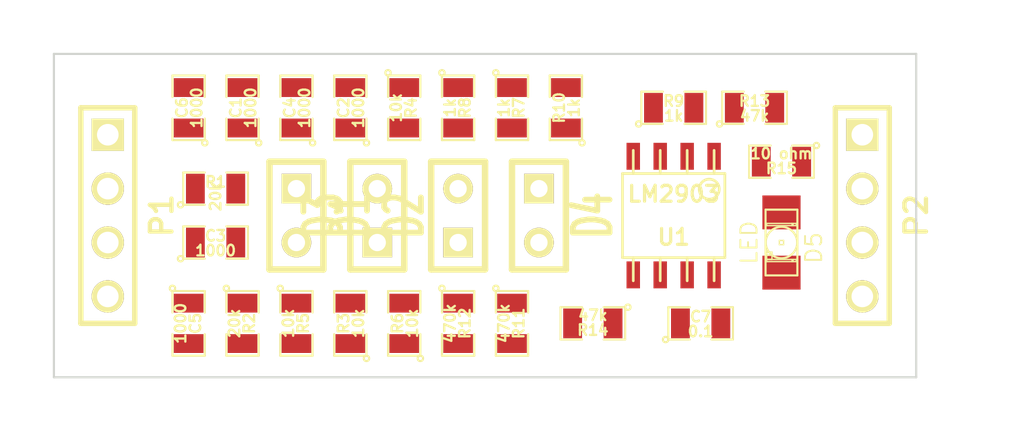
<source format=kicad_pcb>
(kicad_pcb (version 3) (host pcbnew "(2013-07-07 BZR 4022)-stable")

  (general
    (links 57)
    (no_connects 57)
    (area 26.619999 16.459999 82.600001 40.690001)
    (thickness 1.6)
    (drawings 4)
    (tracks 0)
    (zones 0)
    (modules 30)
    (nets 14)
  )

  (page A3)
  (layers
    (15 F.Cu signal)
    (0 B.Cu signal)
    (16 B.Adhes user)
    (17 F.Adhes user)
    (18 B.Paste user)
    (19 F.Paste user)
    (20 B.SilkS user)
    (21 F.SilkS user)
    (22 B.Mask user)
    (23 F.Mask user)
    (24 Dwgs.User user)
    (25 Cmts.User user)
    (26 Eco1.User user)
    (27 Eco2.User user)
    (28 Edge.Cuts user)
  )

  (setup
    (last_trace_width 0.254)
    (trace_clearance 0.254)
    (zone_clearance 0.508)
    (zone_45_only no)
    (trace_min 0.254)
    (segment_width 0.2)
    (edge_width 0.1)
    (via_size 0.889)
    (via_drill 0.635)
    (via_min_size 0.889)
    (via_min_drill 0.508)
    (uvia_size 0.508)
    (uvia_drill 0.127)
    (uvias_allowed no)
    (uvia_min_size 0.508)
    (uvia_min_drill 0.127)
    (pcb_text_width 0.3)
    (pcb_text_size 1.5 1.5)
    (mod_edge_width 0.15)
    (mod_text_size 1 1)
    (mod_text_width 0.15)
    (pad_size 1.5 1.5)
    (pad_drill 0.6)
    (pad_to_mask_clearance 0)
    (aux_axis_origin 0 0)
    (visible_elements 7FFFFFFF)
    (pcbplotparams
      (layerselection 3178497)
      (usegerberextensions true)
      (excludeedgelayer true)
      (linewidth 0.150000)
      (plotframeref false)
      (viasonmask false)
      (mode 1)
      (useauxorigin false)
      (hpglpennumber 1)
      (hpglpenspeed 20)
      (hpglpendiameter 15)
      (hpglpenoverlay 2)
      (psnegative false)
      (psa4output false)
      (plotreference true)
      (plotvalue true)
      (plotothertext true)
      (plotinvisibletext false)
      (padsonsilk false)
      (subtractmaskfromsilk false)
      (outputformat 1)
      (mirror false)
      (drillshape 1)
      (scaleselection 1)
      (outputdirectory ""))
  )

  (net 0 "")
  (net 1 +5V)
  (net 2 GND)
  (net 3 N-000001)
  (net 4 N-0000010)
  (net 5 N-0000011)
  (net 6 N-0000012)
  (net 7 N-0000014)
  (net 8 N-000004)
  (net 9 N-000005)
  (net 10 N-000006)
  (net 11 N-000007)
  (net 12 N-000008)
  (net 13 N-000009)

  (net_class Default "Это класс цепей по умолчанию."
    (clearance 0.254)
    (trace_width 0.254)
    (via_dia 0.889)
    (via_drill 0.635)
    (uvia_dia 0.508)
    (uvia_drill 0.127)
    (add_net "")
    (add_net +5V)
    (add_net GND)
    (add_net N-000001)
    (add_net N-0000010)
    (add_net N-0000011)
    (add_net N-0000012)
    (add_net N-0000014)
    (add_net N-000004)
    (add_net N-000005)
    (add_net N-000006)
    (add_net N-000007)
    (add_net N-000008)
    (add_net N-000009)
  )

  (module so-8 (layer F.Cu) (tedit 48A6C16E) (tstamp 538B29A3)
    (at 57.15 27.94 180)
    (descr SO-8)
    (path /536C6026)
    (attr smd)
    (fp_text reference U1 (at 0 -1.016 180) (layer F.SilkS)
      (effects (font (size 0.7493 0.7493) (thickness 0.14986)))
    )
    (fp_text value LM2903 (at 0 1.016 180) (layer F.SilkS)
      (effects (font (size 0.7493 0.7493) (thickness 0.14986)))
    )
    (fp_line (start -2.413 -1.9812) (end -2.413 1.9812) (layer F.SilkS) (width 0.127))
    (fp_line (start -2.413 1.9812) (end 2.413 1.9812) (layer F.SilkS) (width 0.127))
    (fp_line (start 2.413 1.9812) (end 2.413 -1.9812) (layer F.SilkS) (width 0.127))
    (fp_line (start 2.413 -1.9812) (end -2.413 -1.9812) (layer F.SilkS) (width 0.127))
    (fp_line (start -1.905 -1.9812) (end -1.905 -3.0734) (layer F.SilkS) (width 0.127))
    (fp_line (start -0.635 -1.9812) (end -0.635 -3.0734) (layer F.SilkS) (width 0.127))
    (fp_line (start 0.635 -1.9812) (end 0.635 -3.0734) (layer F.SilkS) (width 0.127))
    (fp_line (start 1.905 -3.0734) (end 1.905 -1.9812) (layer F.SilkS) (width 0.127))
    (fp_line (start 1.905 1.9812) (end 1.905 3.0734) (layer F.SilkS) (width 0.127))
    (fp_line (start 0.635 3.0734) (end 0.635 1.9812) (layer F.SilkS) (width 0.127))
    (fp_line (start -0.635 3.0734) (end -0.635 1.9812) (layer F.SilkS) (width 0.127))
    (fp_line (start -1.905 3.0734) (end -1.905 1.9812) (layer F.SilkS) (width 0.127))
    (fp_circle (center -1.6764 1.2446) (end -1.9558 1.6256) (layer F.SilkS) (width 0.127))
    (pad 1 smd rect (at -1.905 2.794 180) (size 0.635 1.27)
      (layers F.Cu F.Paste F.Mask)
      (net 5 N-0000011)
    )
    (pad 2 smd rect (at -0.635 2.794 180) (size 0.635 1.27)
      (layers F.Cu F.Paste F.Mask)
      (net 4 N-0000010)
    )
    (pad 3 smd rect (at 0.635 2.794 180) (size 0.635 1.27)
      (layers F.Cu F.Paste F.Mask)
      (net 13 N-000009)
    )
    (pad 4 smd rect (at 1.905 2.794 180) (size 0.635 1.27)
      (layers F.Cu F.Paste F.Mask)
      (net 2 GND)
    )
    (pad 5 smd rect (at 1.905 -2.794 180) (size 0.635 1.27)
      (layers F.Cu F.Paste F.Mask)
      (net 8 N-000004)
    )
    (pad 6 smd rect (at 0.635 -2.794 180) (size 0.635 1.27)
      (layers F.Cu F.Paste F.Mask)
      (net 10 N-000006)
    )
    (pad 7 smd rect (at -0.635 -2.794 180) (size 0.635 1.27)
      (layers F.Cu F.Paste F.Mask)
      (net 3 N-000001)
    )
    (pad 8 smd rect (at -1.905 -2.794 180) (size 0.635 1.27)
      (layers F.Cu F.Paste F.Mask)
      (net 1 +5V)
    )
    (model smd/smd_dil/so-8.wrl
      (at (xyz 0 0 0))
      (scale (xyz 1 1 1))
      (rotate (xyz 0 0 0))
    )
  )

  (module SM0805 (layer F.Cu) (tedit 5091495C) (tstamp 53778FDE)
    (at 52.07 22.86 90)
    (path /536C75EB)
    (attr smd)
    (fp_text reference R10 (at 0 -0.3175 90) (layer F.SilkS)
      (effects (font (size 0.50038 0.50038) (thickness 0.10922)))
    )
    (fp_text value 1k (at 0 0.381 90) (layer F.SilkS)
      (effects (font (size 0.50038 0.50038) (thickness 0.10922)))
    )
    (fp_circle (center -1.651 0.762) (end -1.651 0.635) (layer F.SilkS) (width 0.09906))
    (fp_line (start -0.508 0.762) (end -1.524 0.762) (layer F.SilkS) (width 0.09906))
    (fp_line (start -1.524 0.762) (end -1.524 -0.762) (layer F.SilkS) (width 0.09906))
    (fp_line (start -1.524 -0.762) (end -0.508 -0.762) (layer F.SilkS) (width 0.09906))
    (fp_line (start 0.508 -0.762) (end 1.524 -0.762) (layer F.SilkS) (width 0.09906))
    (fp_line (start 1.524 -0.762) (end 1.524 0.762) (layer F.SilkS) (width 0.09906))
    (fp_line (start 1.524 0.762) (end 0.508 0.762) (layer F.SilkS) (width 0.09906))
    (pad 1 smd rect (at -0.9525 0 90) (size 0.889 1.397)
      (layers F.Cu F.Paste F.Mask)
      (net 10 N-000006)
    )
    (pad 2 smd rect (at 0.9525 0 90) (size 0.889 1.397)
      (layers F.Cu F.Paste F.Mask)
      (net 1 +5V)
    )
    (model smd/chip_cms.wrl
      (at (xyz 0 0 0))
      (scale (xyz 0.1 0.1 0.1))
      (rotate (xyz 0 0 0))
    )
  )

  (module SM0805 (layer F.Cu) (tedit 5091495C) (tstamp 53778FEB)
    (at 41.91 22.86 90)
    (path /536C7681)
    (attr smd)
    (fp_text reference C2 (at 0 -0.3175 90) (layer F.SilkS)
      (effects (font (size 0.50038 0.50038) (thickness 0.10922)))
    )
    (fp_text value 1000 (at 0 0.381 90) (layer F.SilkS)
      (effects (font (size 0.50038 0.50038) (thickness 0.10922)))
    )
    (fp_circle (center -1.651 0.762) (end -1.651 0.635) (layer F.SilkS) (width 0.09906))
    (fp_line (start -0.508 0.762) (end -1.524 0.762) (layer F.SilkS) (width 0.09906))
    (fp_line (start -1.524 0.762) (end -1.524 -0.762) (layer F.SilkS) (width 0.09906))
    (fp_line (start -1.524 -0.762) (end -0.508 -0.762) (layer F.SilkS) (width 0.09906))
    (fp_line (start 0.508 -0.762) (end 1.524 -0.762) (layer F.SilkS) (width 0.09906))
    (fp_line (start 1.524 -0.762) (end 1.524 0.762) (layer F.SilkS) (width 0.09906))
    (fp_line (start 1.524 0.762) (end 0.508 0.762) (layer F.SilkS) (width 0.09906))
    (pad 1 smd rect (at -0.9525 0 90) (size 0.889 1.397)
      (layers F.Cu F.Paste F.Mask)
      (net 12 N-000008)
    )
    (pad 2 smd rect (at 0.9525 0 90) (size 0.889 1.397)
      (layers F.Cu F.Paste F.Mask)
      (net 2 GND)
    )
    (model smd/chip_cms.wrl
      (at (xyz 0 0 0))
      (scale (xyz 0.1 0.1 0.1))
      (rotate (xyz 0 0 0))
    )
  )

  (module SM0805 (layer F.Cu) (tedit 5091495C) (tstamp 53778FF8)
    (at 34.29 22.86 90)
    (path /536C7672)
    (attr smd)
    (fp_text reference C6 (at 0 -0.3175 90) (layer F.SilkS)
      (effects (font (size 0.50038 0.50038) (thickness 0.10922)))
    )
    (fp_text value 1000 (at 0 0.381 90) (layer F.SilkS)
      (effects (font (size 0.50038 0.50038) (thickness 0.10922)))
    )
    (fp_circle (center -1.651 0.762) (end -1.651 0.635) (layer F.SilkS) (width 0.09906))
    (fp_line (start -0.508 0.762) (end -1.524 0.762) (layer F.SilkS) (width 0.09906))
    (fp_line (start -1.524 0.762) (end -1.524 -0.762) (layer F.SilkS) (width 0.09906))
    (fp_line (start -1.524 -0.762) (end -0.508 -0.762) (layer F.SilkS) (width 0.09906))
    (fp_line (start 0.508 -0.762) (end 1.524 -0.762) (layer F.SilkS) (width 0.09906))
    (fp_line (start 1.524 -0.762) (end 1.524 0.762) (layer F.SilkS) (width 0.09906))
    (fp_line (start 1.524 0.762) (end 0.508 0.762) (layer F.SilkS) (width 0.09906))
    (pad 1 smd rect (at -0.9525 0 90) (size 0.889 1.397)
      (layers F.Cu F.Paste F.Mask)
      (net 11 N-000007)
    )
    (pad 2 smd rect (at 0.9525 0 90) (size 0.889 1.397)
      (layers F.Cu F.Paste F.Mask)
      (net 2 GND)
    )
    (model smd/chip_cms.wrl
      (at (xyz 0 0 0))
      (scale (xyz 0.1 0.1 0.1))
      (rotate (xyz 0 0 0))
    )
  )

  (module SM0805 (layer F.Cu) (tedit 5091495C) (tstamp 53779005)
    (at 34.29 33.02 270)
    (path /536C7663)
    (attr smd)
    (fp_text reference C5 (at 0 -0.3175 270) (layer F.SilkS)
      (effects (font (size 0.50038 0.50038) (thickness 0.10922)))
    )
    (fp_text value 1000 (at 0 0.381 270) (layer F.SilkS)
      (effects (font (size 0.50038 0.50038) (thickness 0.10922)))
    )
    (fp_circle (center -1.651 0.762) (end -1.651 0.635) (layer F.SilkS) (width 0.09906))
    (fp_line (start -0.508 0.762) (end -1.524 0.762) (layer F.SilkS) (width 0.09906))
    (fp_line (start -1.524 0.762) (end -1.524 -0.762) (layer F.SilkS) (width 0.09906))
    (fp_line (start -1.524 -0.762) (end -0.508 -0.762) (layer F.SilkS) (width 0.09906))
    (fp_line (start 0.508 -0.762) (end 1.524 -0.762) (layer F.SilkS) (width 0.09906))
    (fp_line (start 1.524 -0.762) (end 1.524 0.762) (layer F.SilkS) (width 0.09906))
    (fp_line (start 1.524 0.762) (end 0.508 0.762) (layer F.SilkS) (width 0.09906))
    (pad 1 smd rect (at -0.9525 0 270) (size 0.889 1.397)
      (layers F.Cu F.Paste F.Mask)
      (net 12 N-000008)
    )
    (pad 2 smd rect (at 0.9525 0 270) (size 0.889 1.397)
      (layers F.Cu F.Paste F.Mask)
      (net 11 N-000007)
    )
    (model smd/chip_cms.wrl
      (at (xyz 0 0 0))
      (scale (xyz 0.1 0.1 0.1))
      (rotate (xyz 0 0 0))
    )
  )

  (module SM0805 (layer F.Cu) (tedit 5091495C) (tstamp 53779012)
    (at 44.45 33.02 90)
    (path /536C7645)
    (attr smd)
    (fp_text reference R6 (at 0 -0.3175 90) (layer F.SilkS)
      (effects (font (size 0.50038 0.50038) (thickness 0.10922)))
    )
    (fp_text value 10k (at 0 0.381 90) (layer F.SilkS)
      (effects (font (size 0.50038 0.50038) (thickness 0.10922)))
    )
    (fp_circle (center -1.651 0.762) (end -1.651 0.635) (layer F.SilkS) (width 0.09906))
    (fp_line (start -0.508 0.762) (end -1.524 0.762) (layer F.SilkS) (width 0.09906))
    (fp_line (start -1.524 0.762) (end -1.524 -0.762) (layer F.SilkS) (width 0.09906))
    (fp_line (start -1.524 -0.762) (end -0.508 -0.762) (layer F.SilkS) (width 0.09906))
    (fp_line (start 0.508 -0.762) (end 1.524 -0.762) (layer F.SilkS) (width 0.09906))
    (fp_line (start 1.524 -0.762) (end 1.524 0.762) (layer F.SilkS) (width 0.09906))
    (fp_line (start 1.524 0.762) (end 0.508 0.762) (layer F.SilkS) (width 0.09906))
    (pad 1 smd rect (at -0.9525 0 90) (size 0.889 1.397)
      (layers F.Cu F.Paste F.Mask)
      (net 11 N-000007)
    )
    (pad 2 smd rect (at 0.9525 0 90) (size 0.889 1.397)
      (layers F.Cu F.Paste F.Mask)
      (net 10 N-000006)
    )
    (model smd/chip_cms.wrl
      (at (xyz 0 0 0))
      (scale (xyz 0.1 0.1 0.1))
      (rotate (xyz 0 0 0))
    )
  )

  (module SM0805 (layer F.Cu) (tedit 5091495C) (tstamp 5377901F)
    (at 39.37 33.02 270)
    (path /536C7636)
    (attr smd)
    (fp_text reference R5 (at 0 -0.3175 270) (layer F.SilkS)
      (effects (font (size 0.50038 0.50038) (thickness 0.10922)))
    )
    (fp_text value 10k (at 0 0.381 270) (layer F.SilkS)
      (effects (font (size 0.50038 0.50038) (thickness 0.10922)))
    )
    (fp_circle (center -1.651 0.762) (end -1.651 0.635) (layer F.SilkS) (width 0.09906))
    (fp_line (start -0.508 0.762) (end -1.524 0.762) (layer F.SilkS) (width 0.09906))
    (fp_line (start -1.524 0.762) (end -1.524 -0.762) (layer F.SilkS) (width 0.09906))
    (fp_line (start -1.524 -0.762) (end -0.508 -0.762) (layer F.SilkS) (width 0.09906))
    (fp_line (start 0.508 -0.762) (end 1.524 -0.762) (layer F.SilkS) (width 0.09906))
    (fp_line (start 1.524 -0.762) (end 1.524 0.762) (layer F.SilkS) (width 0.09906))
    (fp_line (start 1.524 0.762) (end 0.508 0.762) (layer F.SilkS) (width 0.09906))
    (pad 1 smd rect (at -0.9525 0 270) (size 0.889 1.397)
      (layers F.Cu F.Paste F.Mask)
      (net 12 N-000008)
    )
    (pad 2 smd rect (at 0.9525 0 270) (size 0.889 1.397)
      (layers F.Cu F.Paste F.Mask)
      (net 8 N-000004)
    )
    (model smd/chip_cms.wrl
      (at (xyz 0 0 0))
      (scale (xyz 0.1 0.1 0.1))
      (rotate (xyz 0 0 0))
    )
  )

  (module SM0805 (layer F.Cu) (tedit 5091495C) (tstamp 5377902C)
    (at 36.83 33.02 270)
    (path /536C7627)
    (attr smd)
    (fp_text reference R2 (at 0 -0.3175 270) (layer F.SilkS)
      (effects (font (size 0.50038 0.50038) (thickness 0.10922)))
    )
    (fp_text value 20k (at 0 0.381 270) (layer F.SilkS)
      (effects (font (size 0.50038 0.50038) (thickness 0.10922)))
    )
    (fp_circle (center -1.651 0.762) (end -1.651 0.635) (layer F.SilkS) (width 0.09906))
    (fp_line (start -0.508 0.762) (end -1.524 0.762) (layer F.SilkS) (width 0.09906))
    (fp_line (start -1.524 0.762) (end -1.524 -0.762) (layer F.SilkS) (width 0.09906))
    (fp_line (start -1.524 -0.762) (end -0.508 -0.762) (layer F.SilkS) (width 0.09906))
    (fp_line (start 0.508 -0.762) (end 1.524 -0.762) (layer F.SilkS) (width 0.09906))
    (fp_line (start 1.524 -0.762) (end 1.524 0.762) (layer F.SilkS) (width 0.09906))
    (fp_line (start 1.524 0.762) (end 0.508 0.762) (layer F.SilkS) (width 0.09906))
    (pad 1 smd rect (at -0.9525 0 270) (size 0.889 1.397)
      (layers F.Cu F.Paste F.Mask)
      (net 12 N-000008)
    )
    (pad 2 smd rect (at 0.9525 0 270) (size 0.889 1.397)
      (layers F.Cu F.Paste F.Mask)
      (net 11 N-000007)
    )
    (model smd/chip_cms.wrl
      (at (xyz 0 0 0))
      (scale (xyz 0.1 0.1 0.1))
      (rotate (xyz 0 0 0))
    )
  )

  (module SM0805 (layer F.Cu) (tedit 5091495C) (tstamp 53779039)
    (at 46.99 33.02 270)
    (path /536C7618)
    (attr smd)
    (fp_text reference R12 (at 0 -0.3175 270) (layer F.SilkS)
      (effects (font (size 0.50038 0.50038) (thickness 0.10922)))
    )
    (fp_text value 470k (at 0 0.381 270) (layer F.SilkS)
      (effects (font (size 0.50038 0.50038) (thickness 0.10922)))
    )
    (fp_circle (center -1.651 0.762) (end -1.651 0.635) (layer F.SilkS) (width 0.09906))
    (fp_line (start -0.508 0.762) (end -1.524 0.762) (layer F.SilkS) (width 0.09906))
    (fp_line (start -1.524 0.762) (end -1.524 -0.762) (layer F.SilkS) (width 0.09906))
    (fp_line (start -1.524 -0.762) (end -0.508 -0.762) (layer F.SilkS) (width 0.09906))
    (fp_line (start 0.508 -0.762) (end 1.524 -0.762) (layer F.SilkS) (width 0.09906))
    (fp_line (start 1.524 -0.762) (end 1.524 0.762) (layer F.SilkS) (width 0.09906))
    (fp_line (start 1.524 0.762) (end 0.508 0.762) (layer F.SilkS) (width 0.09906))
    (pad 1 smd rect (at -0.9525 0 270) (size 0.889 1.397)
      (layers F.Cu F.Paste F.Mask)
      (net 8 N-000004)
    )
    (pad 2 smd rect (at 0.9525 0 270) (size 0.889 1.397)
      (layers F.Cu F.Paste F.Mask)
      (net 3 N-000001)
    )
    (model smd/chip_cms.wrl
      (at (xyz 0 0 0))
      (scale (xyz 0.1 0.1 0.1))
      (rotate (xyz 0 0 0))
    )
  )

  (module SM0805 (layer F.Cu) (tedit 5091495C) (tstamp 53779046)
    (at 53.34 33.02 180)
    (path /536C7609)
    (attr smd)
    (fp_text reference R14 (at 0 -0.3175 180) (layer F.SilkS)
      (effects (font (size 0.50038 0.50038) (thickness 0.10922)))
    )
    (fp_text value 47k (at 0 0.381 180) (layer F.SilkS)
      (effects (font (size 0.50038 0.50038) (thickness 0.10922)))
    )
    (fp_circle (center -1.651 0.762) (end -1.651 0.635) (layer F.SilkS) (width 0.09906))
    (fp_line (start -0.508 0.762) (end -1.524 0.762) (layer F.SilkS) (width 0.09906))
    (fp_line (start -1.524 0.762) (end -1.524 -0.762) (layer F.SilkS) (width 0.09906))
    (fp_line (start -1.524 -0.762) (end -0.508 -0.762) (layer F.SilkS) (width 0.09906))
    (fp_line (start 0.508 -0.762) (end 1.524 -0.762) (layer F.SilkS) (width 0.09906))
    (fp_line (start 1.524 -0.762) (end 1.524 0.762) (layer F.SilkS) (width 0.09906))
    (fp_line (start 1.524 0.762) (end 0.508 0.762) (layer F.SilkS) (width 0.09906))
    (pad 1 smd rect (at -0.9525 0 180) (size 0.889 1.397)
      (layers F.Cu F.Paste F.Mask)
      (net 1 +5V)
    )
    (pad 2 smd rect (at 0.9525 0 180) (size 0.889 1.397)
      (layers F.Cu F.Paste F.Mask)
      (net 3 N-000001)
    )
    (model smd/chip_cms.wrl
      (at (xyz 0 0 0))
      (scale (xyz 0.1 0.1 0.1))
      (rotate (xyz 0 0 0))
    )
  )

  (module SM0805 (layer F.Cu) (tedit 5091495C) (tstamp 53779053)
    (at 46.99 22.86 270)
    (path /536C75FA)
    (attr smd)
    (fp_text reference R8 (at 0 -0.3175 270) (layer F.SilkS)
      (effects (font (size 0.50038 0.50038) (thickness 0.10922)))
    )
    (fp_text value 1k (at 0 0.381 270) (layer F.SilkS)
      (effects (font (size 0.50038 0.50038) (thickness 0.10922)))
    )
    (fp_circle (center -1.651 0.762) (end -1.651 0.635) (layer F.SilkS) (width 0.09906))
    (fp_line (start -0.508 0.762) (end -1.524 0.762) (layer F.SilkS) (width 0.09906))
    (fp_line (start -1.524 0.762) (end -1.524 -0.762) (layer F.SilkS) (width 0.09906))
    (fp_line (start -1.524 -0.762) (end -0.508 -0.762) (layer F.SilkS) (width 0.09906))
    (fp_line (start 0.508 -0.762) (end 1.524 -0.762) (layer F.SilkS) (width 0.09906))
    (fp_line (start 1.524 -0.762) (end 1.524 0.762) (layer F.SilkS) (width 0.09906))
    (fp_line (start 1.524 0.762) (end 0.508 0.762) (layer F.SilkS) (width 0.09906))
    (pad 1 smd rect (at -0.9525 0 270) (size 0.889 1.397)
      (layers F.Cu F.Paste F.Mask)
      (net 2 GND)
    )
    (pad 2 smd rect (at 0.9525 0 270) (size 0.889 1.397)
      (layers F.Cu F.Paste F.Mask)
      (net 10 N-000006)
    )
    (model smd/chip_cms.wrl
      (at (xyz 0 0 0))
      (scale (xyz 0.1 0.1 0.1))
      (rotate (xyz 0 0 0))
    )
  )

  (module SM0805 (layer F.Cu) (tedit 5091495C) (tstamp 53779060)
    (at 58.42 33.02)
    (path /536C6DA6)
    (attr smd)
    (fp_text reference C7 (at 0 -0.3175) (layer F.SilkS)
      (effects (font (size 0.50038 0.50038) (thickness 0.10922)))
    )
    (fp_text value 0.1 (at 0 0.381) (layer F.SilkS)
      (effects (font (size 0.50038 0.50038) (thickness 0.10922)))
    )
    (fp_circle (center -1.651 0.762) (end -1.651 0.635) (layer F.SilkS) (width 0.09906))
    (fp_line (start -0.508 0.762) (end -1.524 0.762) (layer F.SilkS) (width 0.09906))
    (fp_line (start -1.524 0.762) (end -1.524 -0.762) (layer F.SilkS) (width 0.09906))
    (fp_line (start -1.524 -0.762) (end -0.508 -0.762) (layer F.SilkS) (width 0.09906))
    (fp_line (start 0.508 -0.762) (end 1.524 -0.762) (layer F.SilkS) (width 0.09906))
    (fp_line (start 1.524 -0.762) (end 1.524 0.762) (layer F.SilkS) (width 0.09906))
    (fp_line (start 1.524 0.762) (end 0.508 0.762) (layer F.SilkS) (width 0.09906))
    (pad 1 smd rect (at -0.9525 0) (size 0.889 1.397)
      (layers F.Cu F.Paste F.Mask)
      (net 1 +5V)
    )
    (pad 2 smd rect (at 0.9525 0) (size 0.889 1.397)
      (layers F.Cu F.Paste F.Mask)
      (net 2 GND)
    )
    (model smd/chip_cms.wrl
      (at (xyz 0 0 0))
      (scale (xyz 0.1 0.1 0.1))
      (rotate (xyz 0 0 0))
    )
  )

  (module SM0805 (layer F.Cu) (tedit 5091495C) (tstamp 5377906D)
    (at 36.83 22.86 90)
    (path /536C6D97)
    (attr smd)
    (fp_text reference C1 (at 0 -0.3175 90) (layer F.SilkS)
      (effects (font (size 0.50038 0.50038) (thickness 0.10922)))
    )
    (fp_text value 1000 (at 0 0.381 90) (layer F.SilkS)
      (effects (font (size 0.50038 0.50038) (thickness 0.10922)))
    )
    (fp_circle (center -1.651 0.762) (end -1.651 0.635) (layer F.SilkS) (width 0.09906))
    (fp_line (start -0.508 0.762) (end -1.524 0.762) (layer F.SilkS) (width 0.09906))
    (fp_line (start -1.524 0.762) (end -1.524 -0.762) (layer F.SilkS) (width 0.09906))
    (fp_line (start -1.524 -0.762) (end -0.508 -0.762) (layer F.SilkS) (width 0.09906))
    (fp_line (start 0.508 -0.762) (end 1.524 -0.762) (layer F.SilkS) (width 0.09906))
    (fp_line (start 1.524 -0.762) (end 1.524 0.762) (layer F.SilkS) (width 0.09906))
    (fp_line (start 1.524 0.762) (end 0.508 0.762) (layer F.SilkS) (width 0.09906))
    (pad 1 smd rect (at -0.9525 0 90) (size 0.889 1.397)
      (layers F.Cu F.Paste F.Mask)
      (net 6 N-0000012)
    )
    (pad 2 smd rect (at 0.9525 0 90) (size 0.889 1.397)
      (layers F.Cu F.Paste F.Mask)
      (net 2 GND)
    )
    (model smd/chip_cms.wrl
      (at (xyz 0 0 0))
      (scale (xyz 0.1 0.1 0.1))
      (rotate (xyz 0 0 0))
    )
  )

  (module SM0805 (layer F.Cu) (tedit 5091495C) (tstamp 5377907A)
    (at 39.37 22.86 90)
    (path /536C6D88)
    (attr smd)
    (fp_text reference C4 (at 0 -0.3175 90) (layer F.SilkS)
      (effects (font (size 0.50038 0.50038) (thickness 0.10922)))
    )
    (fp_text value 1000 (at 0 0.381 90) (layer F.SilkS)
      (effects (font (size 0.50038 0.50038) (thickness 0.10922)))
    )
    (fp_circle (center -1.651 0.762) (end -1.651 0.635) (layer F.SilkS) (width 0.09906))
    (fp_line (start -0.508 0.762) (end -1.524 0.762) (layer F.SilkS) (width 0.09906))
    (fp_line (start -1.524 0.762) (end -1.524 -0.762) (layer F.SilkS) (width 0.09906))
    (fp_line (start -1.524 -0.762) (end -0.508 -0.762) (layer F.SilkS) (width 0.09906))
    (fp_line (start 0.508 -0.762) (end 1.524 -0.762) (layer F.SilkS) (width 0.09906))
    (fp_line (start 1.524 -0.762) (end 1.524 0.762) (layer F.SilkS) (width 0.09906))
    (fp_line (start 1.524 0.762) (end 0.508 0.762) (layer F.SilkS) (width 0.09906))
    (pad 1 smd rect (at -0.9525 0 90) (size 0.889 1.397)
      (layers F.Cu F.Paste F.Mask)
      (net 7 N-0000014)
    )
    (pad 2 smd rect (at 0.9525 0 90) (size 0.889 1.397)
      (layers F.Cu F.Paste F.Mask)
      (net 2 GND)
    )
    (model smd/chip_cms.wrl
      (at (xyz 0 0 0))
      (scale (xyz 0.1 0.1 0.1))
      (rotate (xyz 0 0 0))
    )
  )

  (module SM0805 (layer F.Cu) (tedit 5091495C) (tstamp 53779087)
    (at 35.56 29.21)
    (path /536C6D79)
    (attr smd)
    (fp_text reference C3 (at 0 -0.3175) (layer F.SilkS)
      (effects (font (size 0.50038 0.50038) (thickness 0.10922)))
    )
    (fp_text value 1000 (at 0 0.381) (layer F.SilkS)
      (effects (font (size 0.50038 0.50038) (thickness 0.10922)))
    )
    (fp_circle (center -1.651 0.762) (end -1.651 0.635) (layer F.SilkS) (width 0.09906))
    (fp_line (start -0.508 0.762) (end -1.524 0.762) (layer F.SilkS) (width 0.09906))
    (fp_line (start -1.524 0.762) (end -1.524 -0.762) (layer F.SilkS) (width 0.09906))
    (fp_line (start -1.524 -0.762) (end -0.508 -0.762) (layer F.SilkS) (width 0.09906))
    (fp_line (start 0.508 -0.762) (end 1.524 -0.762) (layer F.SilkS) (width 0.09906))
    (fp_line (start 1.524 -0.762) (end 1.524 0.762) (layer F.SilkS) (width 0.09906))
    (fp_line (start 1.524 0.762) (end 0.508 0.762) (layer F.SilkS) (width 0.09906))
    (pad 1 smd rect (at -0.9525 0) (size 0.889 1.397)
      (layers F.Cu F.Paste F.Mask)
      (net 6 N-0000012)
    )
    (pad 2 smd rect (at 0.9525 0) (size 0.889 1.397)
      (layers F.Cu F.Paste F.Mask)
      (net 7 N-0000014)
    )
    (model smd/chip_cms.wrl
      (at (xyz 0 0 0))
      (scale (xyz 0.1 0.1 0.1))
      (rotate (xyz 0 0 0))
    )
  )

  (module SM0805 (layer F.Cu) (tedit 5091495C) (tstamp 53779094)
    (at 41.91 33.02 90)
    (path /536C698E)
    (attr smd)
    (fp_text reference R3 (at 0 -0.3175 90) (layer F.SilkS)
      (effects (font (size 0.50038 0.50038) (thickness 0.10922)))
    )
    (fp_text value 10k (at 0 0.381 90) (layer F.SilkS)
      (effects (font (size 0.50038 0.50038) (thickness 0.10922)))
    )
    (fp_circle (center -1.651 0.762) (end -1.651 0.635) (layer F.SilkS) (width 0.09906))
    (fp_line (start -0.508 0.762) (end -1.524 0.762) (layer F.SilkS) (width 0.09906))
    (fp_line (start -1.524 0.762) (end -1.524 -0.762) (layer F.SilkS) (width 0.09906))
    (fp_line (start -1.524 -0.762) (end -0.508 -0.762) (layer F.SilkS) (width 0.09906))
    (fp_line (start 0.508 -0.762) (end 1.524 -0.762) (layer F.SilkS) (width 0.09906))
    (fp_line (start 1.524 -0.762) (end 1.524 0.762) (layer F.SilkS) (width 0.09906))
    (fp_line (start 1.524 0.762) (end 0.508 0.762) (layer F.SilkS) (width 0.09906))
    (pad 1 smd rect (at -0.9525 0 90) (size 0.889 1.397)
      (layers F.Cu F.Paste F.Mask)
      (net 6 N-0000012)
    )
    (pad 2 smd rect (at 0.9525 0 90) (size 0.889 1.397)
      (layers F.Cu F.Paste F.Mask)
      (net 13 N-000009)
    )
    (model smd/chip_cms.wrl
      (at (xyz 0 0 0))
      (scale (xyz 0.1 0.1 0.1))
      (rotate (xyz 0 0 0))
    )
  )

  (module SM0805 (layer F.Cu) (tedit 5091495C) (tstamp 537790A1)
    (at 44.45 22.86 270)
    (path /536C6973)
    (attr smd)
    (fp_text reference R4 (at 0 -0.3175 270) (layer F.SilkS)
      (effects (font (size 0.50038 0.50038) (thickness 0.10922)))
    )
    (fp_text value 10k (at 0 0.381 270) (layer F.SilkS)
      (effects (font (size 0.50038 0.50038) (thickness 0.10922)))
    )
    (fp_circle (center -1.651 0.762) (end -1.651 0.635) (layer F.SilkS) (width 0.09906))
    (fp_line (start -0.508 0.762) (end -1.524 0.762) (layer F.SilkS) (width 0.09906))
    (fp_line (start -1.524 0.762) (end -1.524 -0.762) (layer F.SilkS) (width 0.09906))
    (fp_line (start -1.524 -0.762) (end -0.508 -0.762) (layer F.SilkS) (width 0.09906))
    (fp_line (start 0.508 -0.762) (end 1.524 -0.762) (layer F.SilkS) (width 0.09906))
    (fp_line (start 1.524 -0.762) (end 1.524 0.762) (layer F.SilkS) (width 0.09906))
    (fp_line (start 1.524 0.762) (end 0.508 0.762) (layer F.SilkS) (width 0.09906))
    (pad 1 smd rect (at -0.9525 0 270) (size 0.889 1.397)
      (layers F.Cu F.Paste F.Mask)
      (net 7 N-0000014)
    )
    (pad 2 smd rect (at 0.9525 0 270) (size 0.889 1.397)
      (layers F.Cu F.Paste F.Mask)
      (net 4 N-0000010)
    )
    (model smd/chip_cms.wrl
      (at (xyz 0 0 0))
      (scale (xyz 0.1 0.1 0.1))
      (rotate (xyz 0 0 0))
    )
  )

  (module SM0805 (layer F.Cu) (tedit 5091495C) (tstamp 537790AE)
    (at 57.15 22.86)
    (path /536C683C)
    (attr smd)
    (fp_text reference R9 (at 0 -0.3175) (layer F.SilkS)
      (effects (font (size 0.50038 0.50038) (thickness 0.10922)))
    )
    (fp_text value 1k (at 0 0.381) (layer F.SilkS)
      (effects (font (size 0.50038 0.50038) (thickness 0.10922)))
    )
    (fp_circle (center -1.651 0.762) (end -1.651 0.635) (layer F.SilkS) (width 0.09906))
    (fp_line (start -0.508 0.762) (end -1.524 0.762) (layer F.SilkS) (width 0.09906))
    (fp_line (start -1.524 0.762) (end -1.524 -0.762) (layer F.SilkS) (width 0.09906))
    (fp_line (start -1.524 -0.762) (end -0.508 -0.762) (layer F.SilkS) (width 0.09906))
    (fp_line (start 0.508 -0.762) (end 1.524 -0.762) (layer F.SilkS) (width 0.09906))
    (fp_line (start 1.524 -0.762) (end 1.524 0.762) (layer F.SilkS) (width 0.09906))
    (fp_line (start 1.524 0.762) (end 0.508 0.762) (layer F.SilkS) (width 0.09906))
    (pad 1 smd rect (at -0.9525 0) (size 0.889 1.397)
      (layers F.Cu F.Paste F.Mask)
      (net 4 N-0000010)
    )
    (pad 2 smd rect (at 0.9525 0) (size 0.889 1.397)
      (layers F.Cu F.Paste F.Mask)
      (net 1 +5V)
    )
    (model smd/chip_cms.wrl
      (at (xyz 0 0 0))
      (scale (xyz 0.1 0.1 0.1))
      (rotate (xyz 0 0 0))
    )
  )

  (module SM0805 (layer F.Cu) (tedit 5091495C) (tstamp 537790BB)
    (at 49.53 22.86 270)
    (path /536C682D)
    (attr smd)
    (fp_text reference R7 (at 0 -0.3175 270) (layer F.SilkS)
      (effects (font (size 0.50038 0.50038) (thickness 0.10922)))
    )
    (fp_text value 1k (at 0 0.381 270) (layer F.SilkS)
      (effects (font (size 0.50038 0.50038) (thickness 0.10922)))
    )
    (fp_circle (center -1.651 0.762) (end -1.651 0.635) (layer F.SilkS) (width 0.09906))
    (fp_line (start -0.508 0.762) (end -1.524 0.762) (layer F.SilkS) (width 0.09906))
    (fp_line (start -1.524 0.762) (end -1.524 -0.762) (layer F.SilkS) (width 0.09906))
    (fp_line (start -1.524 -0.762) (end -0.508 -0.762) (layer F.SilkS) (width 0.09906))
    (fp_line (start 0.508 -0.762) (end 1.524 -0.762) (layer F.SilkS) (width 0.09906))
    (fp_line (start 1.524 -0.762) (end 1.524 0.762) (layer F.SilkS) (width 0.09906))
    (fp_line (start 1.524 0.762) (end 0.508 0.762) (layer F.SilkS) (width 0.09906))
    (pad 1 smd rect (at -0.9525 0 270) (size 0.889 1.397)
      (layers F.Cu F.Paste F.Mask)
      (net 2 GND)
    )
    (pad 2 smd rect (at 0.9525 0 270) (size 0.889 1.397)
      (layers F.Cu F.Paste F.Mask)
      (net 4 N-0000010)
    )
    (model smd/chip_cms.wrl
      (at (xyz 0 0 0))
      (scale (xyz 0.1 0.1 0.1))
      (rotate (xyz 0 0 0))
    )
  )

  (module SM0805 (layer F.Cu) (tedit 53779990) (tstamp 537790C8)
    (at 35.56 26.67)
    (path /536C681E)
    (attr smd)
    (fp_text reference R1 (at 0 -0.3175) (layer F.SilkS)
      (effects (font (size 0.50038 0.50038) (thickness 0.10922)))
    )
    (fp_text value 20k (at 0 0.381 90) (layer F.SilkS)
      (effects (font (size 0.50038 0.50038) (thickness 0.10922)))
    )
    (fp_circle (center -1.651 0.762) (end -1.651 0.635) (layer F.SilkS) (width 0.09906))
    (fp_line (start -0.508 0.762) (end -1.524 0.762) (layer F.SilkS) (width 0.09906))
    (fp_line (start -1.524 0.762) (end -1.524 -0.762) (layer F.SilkS) (width 0.09906))
    (fp_line (start -1.524 -0.762) (end -0.508 -0.762) (layer F.SilkS) (width 0.09906))
    (fp_line (start 0.508 -0.762) (end 1.524 -0.762) (layer F.SilkS) (width 0.09906))
    (fp_line (start 1.524 -0.762) (end 1.524 0.762) (layer F.SilkS) (width 0.09906))
    (fp_line (start 1.524 0.762) (end 0.508 0.762) (layer F.SilkS) (width 0.09906))
    (pad 1 smd rect (at -0.9525 0) (size 0.889 1.397)
      (layers F.Cu F.Paste F.Mask)
      (net 6 N-0000012)
    )
    (pad 2 smd rect (at 0.9525 0) (size 0.889 1.397)
      (layers F.Cu F.Paste F.Mask)
      (net 7 N-0000014)
    )
    (model smd/chip_cms.wrl
      (at (xyz 0 0 0))
      (scale (xyz 0.1 0.1 0.1))
      (rotate (xyz 0 0 0))
    )
  )

  (module SM0805 (layer F.Cu) (tedit 5091495C) (tstamp 537790D5)
    (at 49.53 33.02 270)
    (path /536C680F)
    (attr smd)
    (fp_text reference R11 (at 0 -0.3175 270) (layer F.SilkS)
      (effects (font (size 0.50038 0.50038) (thickness 0.10922)))
    )
    (fp_text value 470k (at 0 0.381 270) (layer F.SilkS)
      (effects (font (size 0.50038 0.50038) (thickness 0.10922)))
    )
    (fp_circle (center -1.651 0.762) (end -1.651 0.635) (layer F.SilkS) (width 0.09906))
    (fp_line (start -0.508 0.762) (end -1.524 0.762) (layer F.SilkS) (width 0.09906))
    (fp_line (start -1.524 0.762) (end -1.524 -0.762) (layer F.SilkS) (width 0.09906))
    (fp_line (start -1.524 -0.762) (end -0.508 -0.762) (layer F.SilkS) (width 0.09906))
    (fp_line (start 0.508 -0.762) (end 1.524 -0.762) (layer F.SilkS) (width 0.09906))
    (fp_line (start 1.524 -0.762) (end 1.524 0.762) (layer F.SilkS) (width 0.09906))
    (fp_line (start 1.524 0.762) (end 0.508 0.762) (layer F.SilkS) (width 0.09906))
    (pad 1 smd rect (at -0.9525 0 270) (size 0.889 1.397)
      (layers F.Cu F.Paste F.Mask)
      (net 13 N-000009)
    )
    (pad 2 smd rect (at 0.9525 0 270) (size 0.889 1.397)
      (layers F.Cu F.Paste F.Mask)
      (net 5 N-0000011)
    )
    (model smd/chip_cms.wrl
      (at (xyz 0 0 0))
      (scale (xyz 0.1 0.1 0.1))
      (rotate (xyz 0 0 0))
    )
  )

  (module SM0805 (layer F.Cu) (tedit 5091495C) (tstamp 537790E2)
    (at 60.96 22.86)
    (path /536C67FB)
    (attr smd)
    (fp_text reference R13 (at 0 -0.3175) (layer F.SilkS)
      (effects (font (size 0.50038 0.50038) (thickness 0.10922)))
    )
    (fp_text value 47k (at 0 0.381) (layer F.SilkS)
      (effects (font (size 0.50038 0.50038) (thickness 0.10922)))
    )
    (fp_circle (center -1.651 0.762) (end -1.651 0.635) (layer F.SilkS) (width 0.09906))
    (fp_line (start -0.508 0.762) (end -1.524 0.762) (layer F.SilkS) (width 0.09906))
    (fp_line (start -1.524 0.762) (end -1.524 -0.762) (layer F.SilkS) (width 0.09906))
    (fp_line (start -1.524 -0.762) (end -0.508 -0.762) (layer F.SilkS) (width 0.09906))
    (fp_line (start 0.508 -0.762) (end 1.524 -0.762) (layer F.SilkS) (width 0.09906))
    (fp_line (start 1.524 -0.762) (end 1.524 0.762) (layer F.SilkS) (width 0.09906))
    (fp_line (start 1.524 0.762) (end 0.508 0.762) (layer F.SilkS) (width 0.09906))
    (pad 1 smd rect (at -0.9525 0) (size 0.889 1.397)
      (layers F.Cu F.Paste F.Mask)
      (net 1 +5V)
    )
    (pad 2 smd rect (at 0.9525 0) (size 0.889 1.397)
      (layers F.Cu F.Paste F.Mask)
      (net 5 N-0000011)
    )
    (model smd/chip_cms.wrl
      (at (xyz 0 0 0))
      (scale (xyz 0.1 0.1 0.1))
      (rotate (xyz 0 0 0))
    )
  )

  (module SIL-2 (layer F.Cu) (tedit 200000) (tstamp 537790EC)
    (at 43.18 27.94 90)
    (descr "Connecteurs 2 pins")
    (tags "CONN DEV")
    (path /536C6A03)
    (fp_text reference D3 (at 0 -2.54 90) (layer F.SilkS)
      (effects (font (size 1.72974 1.08712) (thickness 0.3048)))
    )
    (fp_text value " " (at 0 -2.54 90) (layer F.SilkS) hide
      (effects (font (size 1.524 1.016) (thickness 0.3048)))
    )
    (fp_line (start -2.54 1.27) (end -2.54 -1.27) (layer F.SilkS) (width 0.3048))
    (fp_line (start -2.54 -1.27) (end 2.54 -1.27) (layer F.SilkS) (width 0.3048))
    (fp_line (start 2.54 -1.27) (end 2.54 1.27) (layer F.SilkS) (width 0.3048))
    (fp_line (start 2.54 1.27) (end -2.54 1.27) (layer F.SilkS) (width 0.3048))
    (pad 1 thru_hole rect (at -1.27 0 90) (size 1.397 1.397) (drill 0.8128)
      (layers *.Cu *.Mask F.SilkS)
      (net 13 N-000009)
    )
    (pad 2 thru_hole circle (at 1.27 0 90) (size 1.397 1.397) (drill 0.8128)
      (layers *.Cu *.Mask F.SilkS)
      (net 4 N-0000010)
    )
  )

  (module SIL-2 (layer F.Cu) (tedit 200000) (tstamp 537790F6)
    (at 39.37 27.94 270)
    (descr "Connecteurs 2 pins")
    (tags "CONN DEV")
    (path /536C69F4)
    (fp_text reference D1 (at 0 -2.54 270) (layer F.SilkS)
      (effects (font (size 1.72974 1.08712) (thickness 0.3048)))
    )
    (fp_text value " " (at 0 -2.54 270) (layer F.SilkS) hide
      (effects (font (size 1.524 1.016) (thickness 0.3048)))
    )
    (fp_line (start -2.54 1.27) (end -2.54 -1.27) (layer F.SilkS) (width 0.3048))
    (fp_line (start -2.54 -1.27) (end 2.54 -1.27) (layer F.SilkS) (width 0.3048))
    (fp_line (start 2.54 -1.27) (end 2.54 1.27) (layer F.SilkS) (width 0.3048))
    (fp_line (start 2.54 1.27) (end -2.54 1.27) (layer F.SilkS) (width 0.3048))
    (pad 1 thru_hole rect (at -1.27 0 270) (size 1.397 1.397) (drill 0.8128)
      (layers *.Cu *.Mask F.SilkS)
      (net 4 N-0000010)
    )
    (pad 2 thru_hole circle (at 1.27 0 270) (size 1.397 1.397) (drill 0.8128)
      (layers *.Cu *.Mask F.SilkS)
      (net 13 N-000009)
    )
  )

  (module SIL-2 (layer F.Cu) (tedit 200000) (tstamp 53779100)
    (at 46.99 27.94 90)
    (descr "Connecteurs 2 pins")
    (tags "CONN DEV")
    (path /536C7690)
    (fp_text reference D2 (at 0 -2.54 90) (layer F.SilkS)
      (effects (font (size 1.72974 1.08712) (thickness 0.3048)))
    )
    (fp_text value " " (at 0 -2.54 90) (layer F.SilkS) hide
      (effects (font (size 1.524 1.016) (thickness 0.3048)))
    )
    (fp_line (start -2.54 1.27) (end -2.54 -1.27) (layer F.SilkS) (width 0.3048))
    (fp_line (start -2.54 -1.27) (end 2.54 -1.27) (layer F.SilkS) (width 0.3048))
    (fp_line (start 2.54 -1.27) (end 2.54 1.27) (layer F.SilkS) (width 0.3048))
    (fp_line (start 2.54 1.27) (end -2.54 1.27) (layer F.SilkS) (width 0.3048))
    (pad 1 thru_hole rect (at -1.27 0 90) (size 1.397 1.397) (drill 0.8128)
      (layers *.Cu *.Mask F.SilkS)
      (net 10 N-000006)
    )
    (pad 2 thru_hole circle (at 1.27 0 90) (size 1.397 1.397) (drill 0.8128)
      (layers *.Cu *.Mask F.SilkS)
      (net 8 N-000004)
    )
  )

  (module SIL-2 (layer F.Cu) (tedit 200000) (tstamp 5377910A)
    (at 50.8 27.94 270)
    (descr "Connecteurs 2 pins")
    (tags "CONN DEV")
    (path /536C769F)
    (fp_text reference D4 (at 0 -2.54 270) (layer F.SilkS)
      (effects (font (size 1.72974 1.08712) (thickness 0.3048)))
    )
    (fp_text value " " (at 0 -2.54 270) (layer F.SilkS) hide
      (effects (font (size 1.524 1.016) (thickness 0.3048)))
    )
    (fp_line (start -2.54 1.27) (end -2.54 -1.27) (layer F.SilkS) (width 0.3048))
    (fp_line (start -2.54 -1.27) (end 2.54 -1.27) (layer F.SilkS) (width 0.3048))
    (fp_line (start 2.54 -1.27) (end 2.54 1.27) (layer F.SilkS) (width 0.3048))
    (fp_line (start 2.54 1.27) (end -2.54 1.27) (layer F.SilkS) (width 0.3048))
    (pad 1 thru_hole rect (at -1.27 0 270) (size 1.397 1.397) (drill 0.8128)
      (layers *.Cu *.Mask F.SilkS)
      (net 8 N-000004)
    )
    (pad 2 thru_hole circle (at 1.27 0 270) (size 1.397 1.397) (drill 0.8128)
      (layers *.Cu *.Mask F.SilkS)
      (net 10 N-000006)
    )
  )

  (module PIN_ARRAY_4x1 (layer F.Cu) (tedit 4C10F42E) (tstamp 53779116)
    (at 30.48 27.94 270)
    (descr "Double rangee de contacts 2 x 5 pins")
    (tags CONN)
    (path /53778EC4)
    (fp_text reference P1 (at 0 -2.54 270) (layer F.SilkS)
      (effects (font (size 1.016 1.016) (thickness 0.2032)))
    )
    (fp_text value CONN_4 (at 0 2.54 270) (layer F.SilkS) hide
      (effects (font (size 1.016 1.016) (thickness 0.2032)))
    )
    (fp_line (start 5.08 1.27) (end -5.08 1.27) (layer F.SilkS) (width 0.254))
    (fp_line (start 5.08 -1.27) (end -5.08 -1.27) (layer F.SilkS) (width 0.254))
    (fp_line (start -5.08 -1.27) (end -5.08 1.27) (layer F.SilkS) (width 0.254))
    (fp_line (start 5.08 1.27) (end 5.08 -1.27) (layer F.SilkS) (width 0.254))
    (pad 1 thru_hole rect (at -3.81 0 270) (size 1.524 1.524) (drill 1.016)
      (layers *.Cu *.Mask F.SilkS)
      (net 6 N-0000012)
    )
    (pad 2 thru_hole circle (at -1.27 0 270) (size 1.524 1.524) (drill 1.016)
      (layers *.Cu *.Mask F.SilkS)
      (net 7 N-0000014)
    )
    (pad 3 thru_hole circle (at 1.27 0 270) (size 1.524 1.524) (drill 1.016)
      (layers *.Cu *.Mask F.SilkS)
      (net 12 N-000008)
    )
    (pad 4 thru_hole circle (at 3.81 0 270) (size 1.524 1.524) (drill 1.016)
      (layers *.Cu *.Mask F.SilkS)
      (net 11 N-000007)
    )
    (model pin_array\pins_array_4x1.wrl
      (at (xyz 0 0 0))
      (scale (xyz 1 1 1))
      (rotate (xyz 0 0 0))
    )
  )

  (module PIN_ARRAY_4x1 (layer F.Cu) (tedit 4C10F42E) (tstamp 53779122)
    (at 66.04 27.94 270)
    (descr "Double rangee de contacts 2 x 5 pins")
    (tags CONN)
    (path /53778FD0)
    (fp_text reference P2 (at 0 -2.54 270) (layer F.SilkS)
      (effects (font (size 1.016 1.016) (thickness 0.2032)))
    )
    (fp_text value CONN_4 (at 0 2.54 270) (layer F.SilkS) hide
      (effects (font (size 1.016 1.016) (thickness 0.2032)))
    )
    (fp_line (start 5.08 1.27) (end -5.08 1.27) (layer F.SilkS) (width 0.254))
    (fp_line (start 5.08 -1.27) (end -5.08 -1.27) (layer F.SilkS) (width 0.254))
    (fp_line (start -5.08 -1.27) (end -5.08 1.27) (layer F.SilkS) (width 0.254))
    (fp_line (start 5.08 1.27) (end 5.08 -1.27) (layer F.SilkS) (width 0.254))
    (pad 1 thru_hole rect (at -3.81 0 270) (size 1.524 1.524) (drill 1.016)
      (layers *.Cu *.Mask F.SilkS)
      (net 5 N-0000011)
    )
    (pad 2 thru_hole circle (at -1.27 0 270) (size 1.524 1.524) (drill 1.016)
      (layers *.Cu *.Mask F.SilkS)
      (net 3 N-000001)
    )
    (pad 3 thru_hole circle (at 1.27 0 270) (size 1.524 1.524) (drill 1.016)
      (layers *.Cu *.Mask F.SilkS)
      (net 2 GND)
    )
    (pad 4 thru_hole circle (at 3.81 0 270) (size 1.524 1.524) (drill 1.016)
      (layers *.Cu *.Mask F.SilkS)
      (net 1 +5V)
    )
    (model pin_array\pins_array_4x1.wrl
      (at (xyz 0 0 0))
      (scale (xyz 1 1 1))
      (rotate (xyz 0 0 0))
    )
  )

  (module SM0805 (layer F.Cu) (tedit 5091495C) (tstamp 538B272F)
    (at 62.23 25.4 180)
    (path /53820457)
    (attr smd)
    (fp_text reference R15 (at 0 -0.3175 180) (layer F.SilkS)
      (effects (font (size 0.50038 0.50038) (thickness 0.10922)))
    )
    (fp_text value "10 ohm" (at 0 0.381 180) (layer F.SilkS)
      (effects (font (size 0.50038 0.50038) (thickness 0.10922)))
    )
    (fp_circle (center -1.651 0.762) (end -1.651 0.635) (layer F.SilkS) (width 0.09906))
    (fp_line (start -0.508 0.762) (end -1.524 0.762) (layer F.SilkS) (width 0.09906))
    (fp_line (start -1.524 0.762) (end -1.524 -0.762) (layer F.SilkS) (width 0.09906))
    (fp_line (start -1.524 -0.762) (end -0.508 -0.762) (layer F.SilkS) (width 0.09906))
    (fp_line (start 0.508 -0.762) (end 1.524 -0.762) (layer F.SilkS) (width 0.09906))
    (fp_line (start 1.524 -0.762) (end 1.524 0.762) (layer F.SilkS) (width 0.09906))
    (fp_line (start 1.524 0.762) (end 0.508 0.762) (layer F.SilkS) (width 0.09906))
    (pad 1 smd rect (at -0.9525 0 180) (size 0.889 1.397)
      (layers F.Cu F.Paste F.Mask)
      (net 9 N-000005)
    )
    (pad 2 smd rect (at 0.9525 0 180) (size 0.889 1.397)
      (layers F.Cu F.Paste F.Mask)
      (net 1 +5V)
    )
    (model smd/chip_cms.wrl
      (at (xyz 0 0 0))
      (scale (xyz 0.1 0.1 0.1))
      (rotate (xyz 0 0 0))
    )
  )

  (module LED-1206 (layer F.Cu) (tedit 49BFA1FF) (tstamp 538B2759)
    (at 62.23 29.21 270)
    (descr "LED 1206 smd package")
    (tags "LED1206 SMD")
    (path /53820448)
    (attr smd)
    (fp_text reference D5 (at 0.254 -1.524 270) (layer F.SilkS)
      (effects (font (size 0.762 0.762) (thickness 0.0889)))
    )
    (fp_text value LED (at 0 1.524 270) (layer F.SilkS)
      (effects (font (size 0.762 0.762) (thickness 0.0889)))
    )
    (fp_line (start -0.09906 0.09906) (end 0.09906 0.09906) (layer F.SilkS) (width 0.06604))
    (fp_line (start 0.09906 0.09906) (end 0.09906 -0.09906) (layer F.SilkS) (width 0.06604))
    (fp_line (start -0.09906 -0.09906) (end 0.09906 -0.09906) (layer F.SilkS) (width 0.06604))
    (fp_line (start -0.09906 0.09906) (end -0.09906 -0.09906) (layer F.SilkS) (width 0.06604))
    (fp_line (start 0.44958 0.6985) (end 0.79756 0.6985) (layer F.SilkS) (width 0.06604))
    (fp_line (start 0.79756 0.6985) (end 0.79756 0.44958) (layer F.SilkS) (width 0.06604))
    (fp_line (start 0.44958 0.44958) (end 0.79756 0.44958) (layer F.SilkS) (width 0.06604))
    (fp_line (start 0.44958 0.6985) (end 0.44958 0.44958) (layer F.SilkS) (width 0.06604))
    (fp_line (start 0.79756 0.6985) (end 0.89916 0.6985) (layer F.SilkS) (width 0.06604))
    (fp_line (start 0.89916 0.6985) (end 0.89916 -0.49784) (layer F.SilkS) (width 0.06604))
    (fp_line (start 0.79756 -0.49784) (end 0.89916 -0.49784) (layer F.SilkS) (width 0.06604))
    (fp_line (start 0.79756 0.6985) (end 0.79756 -0.49784) (layer F.SilkS) (width 0.06604))
    (fp_line (start 0.79756 -0.54864) (end 0.89916 -0.54864) (layer F.SilkS) (width 0.06604))
    (fp_line (start 0.89916 -0.54864) (end 0.89916 -0.6985) (layer F.SilkS) (width 0.06604))
    (fp_line (start 0.79756 -0.6985) (end 0.89916 -0.6985) (layer F.SilkS) (width 0.06604))
    (fp_line (start 0.79756 -0.54864) (end 0.79756 -0.6985) (layer F.SilkS) (width 0.06604))
    (fp_line (start -0.89916 0.6985) (end -0.79756 0.6985) (layer F.SilkS) (width 0.06604))
    (fp_line (start -0.79756 0.6985) (end -0.79756 -0.49784) (layer F.SilkS) (width 0.06604))
    (fp_line (start -0.89916 -0.49784) (end -0.79756 -0.49784) (layer F.SilkS) (width 0.06604))
    (fp_line (start -0.89916 0.6985) (end -0.89916 -0.49784) (layer F.SilkS) (width 0.06604))
    (fp_line (start -0.89916 -0.54864) (end -0.79756 -0.54864) (layer F.SilkS) (width 0.06604))
    (fp_line (start -0.79756 -0.54864) (end -0.79756 -0.6985) (layer F.SilkS) (width 0.06604))
    (fp_line (start -0.89916 -0.6985) (end -0.79756 -0.6985) (layer F.SilkS) (width 0.06604))
    (fp_line (start -0.89916 -0.54864) (end -0.89916 -0.6985) (layer F.SilkS) (width 0.06604))
    (fp_line (start 0.44958 0.6985) (end 0.59944 0.6985) (layer F.SilkS) (width 0.06604))
    (fp_line (start 0.59944 0.6985) (end 0.59944 0.44958) (layer F.SilkS) (width 0.06604))
    (fp_line (start 0.44958 0.44958) (end 0.59944 0.44958) (layer F.SilkS) (width 0.06604))
    (fp_line (start 0.44958 0.6985) (end 0.44958 0.44958) (layer F.SilkS) (width 0.06604))
    (fp_line (start 1.5494 0.7493) (end -1.5494 0.7493) (layer F.SilkS) (width 0.1016))
    (fp_line (start -1.5494 0.7493) (end -1.5494 -0.7493) (layer F.SilkS) (width 0.1016))
    (fp_line (start -1.5494 -0.7493) (end 1.5494 -0.7493) (layer F.SilkS) (width 0.1016))
    (fp_line (start 1.5494 -0.7493) (end 1.5494 0.7493) (layer F.SilkS) (width 0.1016))
    (fp_arc (start 0 0) (end 0.54864 0.49784) (angle 95.4) (layer F.SilkS) (width 0.1016))
    (fp_arc (start 0 0) (end -0.54864 0.49784) (angle 84.5) (layer F.SilkS) (width 0.1016))
    (fp_arc (start 0 0) (end -0.54864 -0.49784) (angle 95.4) (layer F.SilkS) (width 0.1016))
    (fp_arc (start 0 0) (end 0.54864 -0.49784) (angle 84.5) (layer F.SilkS) (width 0.1016))
    (pad 1 smd rect (at -1.41986 0 270) (size 1.59766 1.80086)
      (layers F.Cu F.Paste F.Mask)
      (net 9 N-000005)
    )
    (pad 2 smd rect (at 1.41986 0 270) (size 1.59766 1.80086)
      (layers F.Cu F.Paste F.Mask)
      (net 2 GND)
    )
  )

  (gr_line (start 27.94 20.32) (end 27.94 35.56) (angle 90) (layer Edge.Cuts) (width 0.1))
  (gr_line (start 68.58 35.56) (end 27.94 35.56) (angle 90) (layer Edge.Cuts) (width 0.1))
  (gr_line (start 68.58 20.32) (end 68.58 35.56) (angle 90) (layer Edge.Cuts) (width 0.1))
  (gr_line (start 27.94 20.32) (end 68.58 20.32) (angle 90) (layer Edge.Cuts) (width 0.1))

  (zone (net 0) (net_name "") (layer F.Cu) (tstamp 538B2C37) (hatch edge 0.508)
    (connect_pads (clearance 0.508))
    (min_thickness 0.254)
    (fill (arc_segments 16) (thermal_gap 0.508) (thermal_bridge_width 0.508))
    (polygon
      (pts
        (xy 26.67 19.05) (xy 72.39 19.05) (xy 72.39 36.83) (xy 26.67 36.83)
      )
    )
  )
  (zone (net 2) (net_name GND) (layer B.Cu) (tstamp 538B2C38) (hatch edge 0.508)
    (connect_pads (clearance 0.508))
    (min_thickness 0.254)
    (fill (arc_segments 16) (thermal_gap 0.508) (thermal_bridge_width 0.508))
    (polygon
      (pts
        (xy 25.4 17.78) (xy 73.66 17.78) (xy 73.66 38.1) (xy 25.4 38.1)
      )
    )
  )
)

</source>
